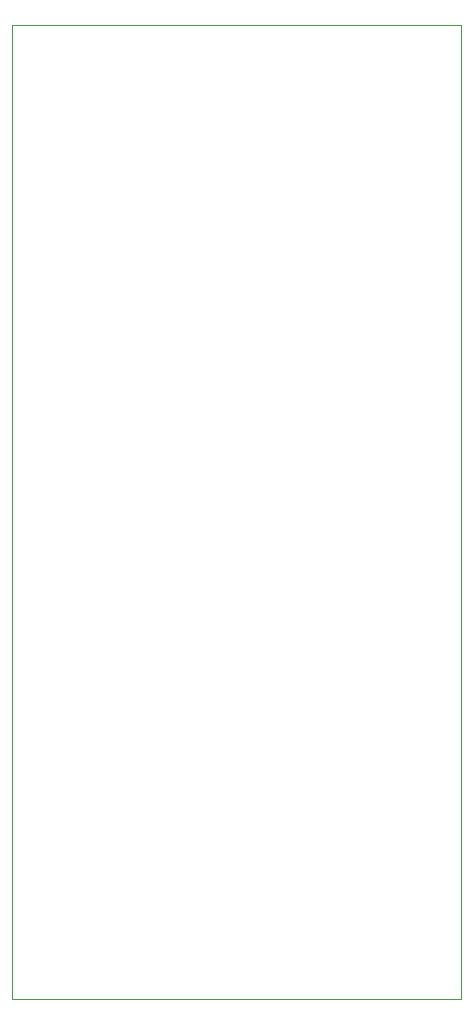
<source format=gbr>
G04 #@! TF.GenerationSoftware,KiCad,Pcbnew,(5.1.10)-1*
G04 #@! TF.CreationDate,2021-10-17T21:38:11+11:00*
G04 #@! TF.ProjectId,ddi_ampcd_controller,6464695f-616d-4706-9364-5f636f6e7472,1*
G04 #@! TF.SameCoordinates,Original*
G04 #@! TF.FileFunction,Profile,NP*
%FSLAX46Y46*%
G04 Gerber Fmt 4.6, Leading zero omitted, Abs format (unit mm)*
G04 Created by KiCad (PCBNEW (5.1.10)-1) date 2021-10-17 21:38:11*
%MOMM*%
%LPD*%
G01*
G04 APERTURE LIST*
G04 #@! TA.AperFunction,Profile*
%ADD10C,0.100000*%
G04 #@! TD*
G04 APERTURE END LIST*
D10*
X165735000Y-48260000D02*
X163830000Y-48260000D01*
X165735000Y-130810000D02*
X165735000Y-48260000D01*
X163830000Y-130810000D02*
X165735000Y-130810000D01*
X127635000Y-48260000D02*
X130810000Y-48260000D01*
X127635000Y-130810000D02*
X127635000Y-48260000D01*
X128905000Y-130810000D02*
X127635000Y-130810000D01*
X130810000Y-130810000D02*
X128905000Y-130810000D01*
X163830000Y-48260000D02*
X130810000Y-48260000D01*
X130810000Y-130810000D02*
X163830000Y-130810000D01*
M02*

</source>
